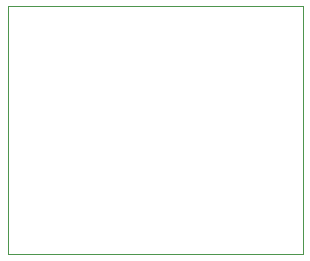
<source format=gbr>
%TF.GenerationSoftware,KiCad,Pcbnew,5.1.6-c6e7f7d~87~ubuntu20.04.1*%
%TF.CreationDate,2020-10-09T15:59:18-05:00*%
%TF.ProjectId,ESP8266-breakout-board,45535038-3236-4362-9d62-7265616b6f75,1.0*%
%TF.SameCoordinates,Original*%
%TF.FileFunction,Profile,NP*%
%FSLAX46Y46*%
G04 Gerber Fmt 4.6, Leading zero omitted, Abs format (unit mm)*
G04 Created by KiCad (PCBNEW 5.1.6-c6e7f7d~87~ubuntu20.04.1) date 2020-10-09 15:59:18*
%MOMM*%
%LPD*%
G01*
G04 APERTURE LIST*
%TA.AperFunction,Profile*%
%ADD10C,0.050000*%
%TD*%
G04 APERTURE END LIST*
D10*
X73000000Y-173000000D02*
X73000000Y-152000000D01*
X98000000Y-173000000D02*
X73000000Y-173000000D01*
X98000000Y-152000000D02*
X98000000Y-173000000D01*
X73000000Y-152000000D02*
X98000000Y-152000000D01*
M02*

</source>
